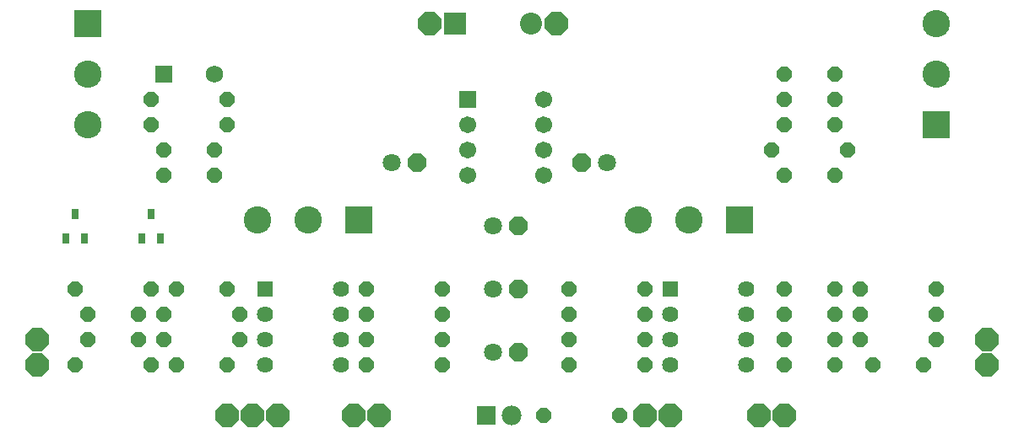
<source format=gbr>
G04 EAGLE Gerber RS-274X export*
G75*
%MOMM*%
%FSLAX34Y34*%
%LPD*%
%INSoldermask Top*%
%IPPOS*%
%AMOC8*
5,1,8,0,0,1.08239X$1,22.5*%
G01*
%ADD10P,2.556822X8X22.500000*%
%ADD11P,1.649562X8X22.500000*%
%ADD12P,1.649562X8X202.500000*%
%ADD13P,1.951982X8X22.500000*%
%ADD14C,1.803400*%
%ADD15P,1.951982X8X202.500000*%
%ADD16C,2.203200*%
%ADD17R,2.203200X2.203200*%
%ADD18C,1.981200*%
%ADD19R,1.981200X1.981200*%
%ADD20R,1.727200X1.727200*%
%ADD21C,1.727200*%
%ADD22R,2.743200X2.743200*%
%ADD23C,2.743200*%
%ADD24R,1.625600X1.625600*%
%ADD25C,1.625600*%
%ADD26R,0.803200X1.053200*%
%ADD27R,1.701800X1.701800*%
%ADD28C,1.701800*%


D10*
X419100Y469900D03*
D11*
X165100Y127000D03*
X215900Y127000D03*
X774700Y419100D03*
X825500Y419100D03*
X774700Y368300D03*
X825500Y368300D03*
X774700Y393700D03*
X825500Y393700D03*
D12*
X825500Y203200D03*
X774700Y203200D03*
D11*
X774700Y317500D03*
X825500Y317500D03*
D13*
X508000Y266700D03*
D14*
X482600Y266700D03*
D13*
X406400Y330200D03*
D14*
X381000Y330200D03*
D15*
X571500Y330200D03*
D14*
X596900Y330200D03*
D11*
X76200Y152400D03*
X127000Y152400D03*
X76200Y177800D03*
X127000Y177800D03*
X165100Y203200D03*
X215900Y203200D03*
X863600Y127000D03*
X914400Y127000D03*
X152400Y317500D03*
X203200Y317500D03*
D13*
X508000Y139700D03*
D14*
X482600Y139700D03*
D12*
X825500Y127000D03*
X774700Y127000D03*
D13*
X508000Y203200D03*
D14*
X482600Y203200D03*
D12*
X825500Y152400D03*
X774700Y152400D03*
D11*
X774700Y177800D03*
X825500Y177800D03*
D12*
X203200Y342900D03*
X152400Y342900D03*
D16*
X520700Y469900D03*
D17*
X444500Y469900D03*
D18*
X501650Y76200D03*
D19*
X476250Y76200D03*
D20*
X152400Y419100D03*
D21*
X203200Y419100D03*
D22*
X76200Y469900D03*
D23*
X76200Y419100D03*
X76200Y368300D03*
D10*
X546100Y469900D03*
X25400Y152400D03*
X977900Y152400D03*
D24*
X660400Y203200D03*
D25*
X660400Y177800D03*
X736600Y177800D03*
X736600Y203200D03*
X660400Y152400D03*
X660400Y127000D03*
X736600Y152400D03*
X736600Y127000D03*
D24*
X254000Y203200D03*
D25*
X254000Y177800D03*
X330200Y177800D03*
X330200Y203200D03*
X254000Y152400D03*
X254000Y127000D03*
X330200Y152400D03*
X330200Y127000D03*
D10*
X25400Y127000D03*
D22*
X730250Y273050D03*
D23*
X679450Y273050D03*
X628650Y273050D03*
D10*
X977900Y127000D03*
D26*
X130200Y254700D03*
X149200Y254700D03*
X139700Y278700D03*
X54000Y254700D03*
X73000Y254700D03*
X63500Y278700D03*
D12*
X139700Y127000D03*
X63500Y127000D03*
D11*
X558800Y177800D03*
X635000Y177800D03*
D12*
X635000Y203200D03*
X558800Y203200D03*
D11*
X139700Y368300D03*
X215900Y368300D03*
X762000Y342900D03*
X838200Y342900D03*
X139700Y393700D03*
X215900Y393700D03*
X850900Y177800D03*
X927100Y177800D03*
X850900Y203200D03*
X927100Y203200D03*
X533400Y76200D03*
X609600Y76200D03*
D12*
X139700Y203200D03*
X63500Y203200D03*
X228600Y152400D03*
X152400Y152400D03*
D11*
X850900Y152400D03*
X927100Y152400D03*
X152400Y177800D03*
X228600Y177800D03*
D12*
X431800Y203200D03*
X355600Y203200D03*
D11*
X355600Y177800D03*
X431800Y177800D03*
X355600Y152400D03*
X431800Y152400D03*
X355600Y127000D03*
X431800Y127000D03*
D12*
X635000Y127000D03*
X558800Y127000D03*
D11*
X558800Y152400D03*
X635000Y152400D03*
D10*
X749300Y76200D03*
X774700Y76200D03*
X368300Y76200D03*
X342900Y76200D03*
X215900Y76200D03*
X241300Y76200D03*
X266700Y76200D03*
X635000Y76200D03*
X660400Y76200D03*
D22*
X347980Y273050D03*
D23*
X297180Y273050D03*
X246380Y273050D03*
D27*
X457200Y393700D03*
D28*
X457200Y368300D03*
X457200Y342900D03*
X457200Y317500D03*
X533400Y317500D03*
X533400Y342900D03*
X533400Y368300D03*
X533400Y393700D03*
D22*
X927100Y368300D03*
D23*
X927100Y419100D03*
X927100Y469900D03*
M02*

</source>
